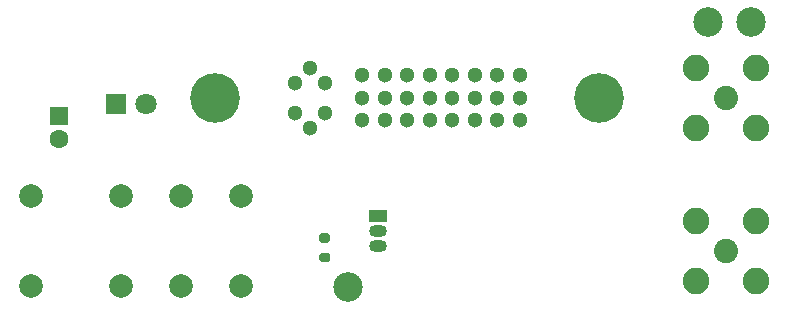
<source format=gbr>
G04 #@! TF.GenerationSoftware,KiCad,Pcbnew,5.1.10*
G04 #@! TF.CreationDate,2021-05-12T16:07:03+02:00*
G04 #@! TF.ProjectId,DgDrive_DVI,44674472-6976-4655-9f44-56492e6b6963,1.4*
G04 #@! TF.SameCoordinates,Original*
G04 #@! TF.FileFunction,Soldermask,Bot*
G04 #@! TF.FilePolarity,Negative*
%FSLAX46Y46*%
G04 Gerber Fmt 4.6, Leading zero omitted, Abs format (unit mm)*
G04 Created by KiCad (PCBNEW 5.1.10) date 2021-05-12 16:07:03*
%MOMM*%
%LPD*%
G01*
G04 APERTURE LIST*
%ADD10R,1.500000X1.050000*%
%ADD11O,1.500000X1.050000*%
%ADD12C,1.800000*%
%ADD13R,1.800000X1.800000*%
%ADD14C,2.250000*%
%ADD15C,2.050000*%
%ADD16C,2.000000*%
%ADD17C,1.300000*%
%ADD18C,4.200000*%
%ADD19C,2.499360*%
%ADD20R,1.600000X1.600000*%
%ADD21C,1.600000*%
G04 APERTURE END LIST*
D10*
X122000000Y-109500000D03*
D11*
X122000000Y-112040000D03*
X122000000Y-110770000D03*
D12*
X102362000Y-100000000D03*
D13*
X99822000Y-100000000D03*
D14*
X148960000Y-109960000D03*
X148960000Y-115040000D03*
X154040000Y-115040000D03*
X154040000Y-109960000D03*
D15*
X151500000Y-112500000D03*
D14*
X148960000Y-96960000D03*
X148960000Y-102040000D03*
X154040000Y-102040000D03*
X154040000Y-96960000D03*
D15*
X151500000Y-99500000D03*
G36*
G01*
X117775000Y-111775000D02*
X117225000Y-111775000D01*
G75*
G02*
X117025000Y-111575000I0J200000D01*
G01*
X117025000Y-111175000D01*
G75*
G02*
X117225000Y-110975000I200000J0D01*
G01*
X117775000Y-110975000D01*
G75*
G02*
X117975000Y-111175000I0J-200000D01*
G01*
X117975000Y-111575000D01*
G75*
G02*
X117775000Y-111775000I-200000J0D01*
G01*
G37*
G36*
G01*
X117775000Y-113425000D02*
X117225000Y-113425000D01*
G75*
G02*
X117025000Y-113225000I0J200000D01*
G01*
X117025000Y-112825000D01*
G75*
G02*
X117225000Y-112625000I200000J0D01*
G01*
X117775000Y-112625000D01*
G75*
G02*
X117975000Y-112825000I0J-200000D01*
G01*
X117975000Y-113225000D01*
G75*
G02*
X117775000Y-113425000I-200000J0D01*
G01*
G37*
D16*
X110380000Y-107780000D03*
X105300000Y-107780000D03*
X100220000Y-107780000D03*
X92600000Y-107780000D03*
X110380000Y-115400000D03*
X105300000Y-115400000D03*
X92600000Y-115400000D03*
X100220000Y-115400000D03*
D17*
X116240000Y-102018000D03*
X116240000Y-96938000D03*
X114970000Y-100748000D03*
X117510000Y-100748000D03*
X117510000Y-98208000D03*
X114970000Y-98208000D03*
X120685000Y-97595000D03*
X120685000Y-101405000D03*
X122590000Y-101405000D03*
X124495000Y-101405000D03*
X126400000Y-101405000D03*
X128305000Y-101405000D03*
X130210000Y-101405000D03*
X132115000Y-101405000D03*
X134020000Y-101405000D03*
X120685000Y-99500000D03*
X122590000Y-99500000D03*
X124495000Y-99500000D03*
X126400000Y-99500000D03*
X128305000Y-99500000D03*
X130210000Y-99500000D03*
X132115000Y-99500000D03*
D18*
X140750000Y-99500000D03*
D17*
X124495000Y-97595000D03*
X122590000Y-97595000D03*
X134020000Y-99500000D03*
X126400000Y-97595000D03*
X128305000Y-97595000D03*
X134020000Y-97595000D03*
X132115000Y-97595000D03*
X130210000Y-97595000D03*
D18*
X108240000Y-99500000D03*
D19*
X119500000Y-115500000D03*
X149950000Y-93100000D03*
X153600000Y-93100000D03*
D20*
X95000000Y-101000000D03*
D21*
X95000000Y-103000000D03*
M02*

</source>
